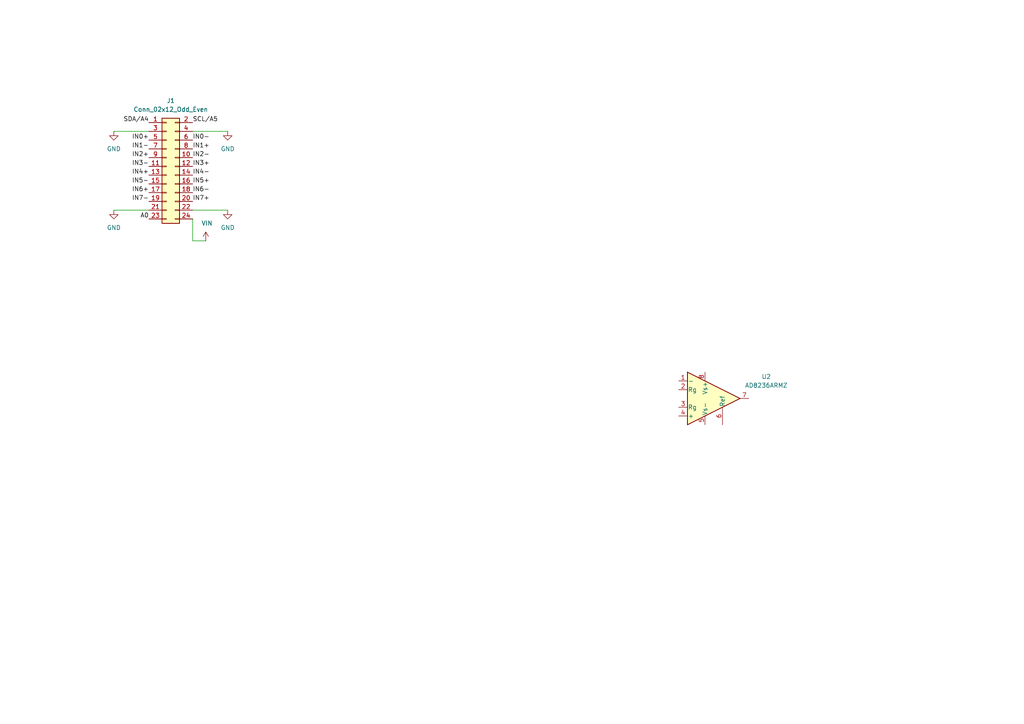
<source format=kicad_sch>
(kicad_sch (version 20231120) (generator "eeschema") (generator_version "8.0")
  (paper "A4")
  (lib_symbols
    (symbol "+5V_1" (power) (pin_numbers hide) (pin_names (offset 0) hide)
      (property "Value" "+5V" (at 0 3.556 0))
      (symbol "+5V_1_0_1"
        (polyline (pts (xy -0.762 1.27) (xy 0 2.54)))
        (polyline (pts (xy 0 0) (xy 0 2.54)))
        (polyline (pts (xy 0 2.54) (xy 0.762 1.27)))
      )
      (symbol "+5V_1_1_1"
        (pin power_in line (at 0 0 90) (length 0) (name "~") (number "1"))
      )
    )
    (symbol "Amplifier_Instrumentation:AD8236ARMZ" (pin_names (offset 0.127))
      (property "Reference" "U" (at 3.556 7.366 0))
      (property "Value" "AD8236ARMZ" (at 7.366 5.334 0))
      (symbol "AD8236ARMZ_0_1"
        (polyline (pts (xy -5.08 7.62) (xy -5.08 -7.62) (xy 10.16 0) (xy -5.08 7.62)) (stroke (width 0.254)) (fill (type background)))
      )
      (symbol "AD8236ARMZ_1_1"
        (pin input line (at -7.62 5.08 0) (length 2.54) (name "-") (number "1"))
        (pin passive line (at -7.62 2.54 0) (length 2.54) (name "Rg") (number "2"))
        (pin passive line (at -7.62 -2.54 0) (length 2.54) (name "Rg") (number "3"))
        (pin input line (at -7.62 -5.08 0) (length 2.54) (name "+") (number "4"))
        (pin power_in line (at 0 -7.62 90) (length 2.54) (name "Vs-") (number "5"))
        (pin passive line (at 5.08 -7.62 90) (length 5.08) (name "Ref") (number "6"))
        (pin output line (at 12.7 0 180) (length 2.54) (name "~") (number "7"))
        (pin power_in line (at 0 7.62 270) (length 2.54) (name "Vs+") (number "8"))
      )
    )
    (symbol "Connector_Generic:Conn_02x12_Odd_Even" (pin_names (offset 1.016) hide)
      (property "Reference" "J" (at 1.27 15.24 0))
      (property "Value" "Conn_02x12_Odd_Even" (at 1.27 -17.78 0))
      (symbol "Conn_02x12_Odd_Even_1_1"
        (rectangle (start -1.27 -15.113) (end 0 -15.367) (stroke (width 0.1524)))
        (rectangle (start -1.27 -12.573) (end 0 -12.827) (stroke (width 0.1524)))
        (rectangle (start -1.27 -10.033) (end 0 -10.287) (stroke (width 0.1524)))
        (rectangle (start -1.27 -7.493) (end 0 -7.747) (stroke (width 0.1524)))
        (rectangle (start -1.27 -4.953) (end 0 -5.207) (stroke (width 0.1524)))
        (rectangle (start -1.27 -2.413) (end 0 -2.667) (stroke (width 0.1524)))
        (rectangle (start -1.27 0.127) (end 0 -0.127) (stroke (width 0.1524)))
        (rectangle (start -1.27 2.667) (end 0 2.413) (stroke (width 0.1524)))
        (rectangle (start -1.27 5.207) (end 0 4.953) (stroke (width 0.1524)))
        (rectangle (start -1.27 7.747) (end 0 7.493) (stroke (width 0.1524)))
        (rectangle (start -1.27 10.287) (end 0 10.033) (stroke (width 0.1524)))
        (rectangle (start -1.27 12.827) (end 0 12.573) (stroke (width 0.1524)))
        (rectangle (start -1.27 13.97) (end 3.81 -16.51) (stroke (width 0.254)) (fill (type background)))
        (rectangle (start 3.81 -15.113) (end 2.54 -15.367) (stroke (width 0.1524)))
        (rectangle (start 3.81 -12.573) (end 2.54 -12.827) (stroke (width 0.1524)))
        (rectangle (start 3.81 -10.033) (end 2.54 -10.287) (stroke (width 0.1524)))
        (rectangle (start 3.81 -7.493) (end 2.54 -7.747) (stroke (width 0.1524)))
        (rectangle (start 3.81 -4.953) (end 2.54 -5.207) (stroke (width 0.1524)))
        (rectangle (start 3.81 -2.413) (end 2.54 -2.667) (stroke (width 0.1524)))
        (rectangle (start 3.81 0.127) (end 2.54 -0.127) (stroke (width 0.1524)))
        (rectangle (start 3.81 2.667) (end 2.54 2.413) (stroke (width 0.1524)))
        (rectangle (start 3.81 5.207) (end 2.54 4.953) (stroke (width 0.1524)))
        (rectangle (start 3.81 7.747) (end 2.54 7.493) (stroke (width 0.1524)))
        (rectangle (start 3.81 10.287) (end 2.54 10.033) (stroke (width 0.1524)))
        (rectangle (start 3.81 12.827) (end 2.54 12.573) (stroke (width 0.1524)))
        (pin passive line (at -5.08 12.7 0) (length 3.81) (name "Pin_1") (number "1"))
        (pin passive line (at 7.62 2.54 180) (length 3.81) (name "Pin_10") (number "10"))
        (pin passive line (at -5.08 0 0) (length 3.81) (name "Pin_11") (number "11"))
        (pin passive line (at 7.62 0 180) (length 3.81) (name "Pin_12") (number "12"))
        (pin passive line (at -5.08 -2.54 0) (length 3.81) (name "Pin_13") (number "13"))
        (pin passive line (at 7.62 -2.54 180) (length 3.81) (name "Pin_14") (number "14"))
        (pin passive line (at -5.08 -5.08 0) (length 3.81) (name "Pin_15") (number "15"))
        (pin passive line (at 7.62 -5.08 180) (length 3.81) (name "Pin_16") (number "16"))
        (pin passive line (at -5.08 -7.62 0) (length 3.81) (name "Pin_17") (number "17"))
        (pin passive line (at 7.62 -7.62 180) (length 3.81) (name "Pin_18") (number "18"))
        (pin passive line (at -5.08 -10.16 0) (length 3.81) (name "Pin_19") (number "19"))
        (pin passive line (at 7.62 12.7 180) (length 3.81) (name "Pin_2") (number "2"))
        (pin passive line (at 7.62 -10.16 180) (length 3.81) (name "Pin_20") (number "20"))
        (pin passive line (at -5.08 -12.7 0) (length 3.81) (name "Pin_21") (number "21"))
        (pin passive line (at 7.62 -12.7 180) (length 3.81) (name "Pin_22") (number "22"))
        (pin passive line (at -5.08 -15.24 0) (length 3.81) (name "Pin_23") (number "23"))
        (pin passive line (at 7.62 -15.24 180) (length 3.81) (name "Pin_24") (number "24"))
        (pin passive line (at -5.08 10.16 0) (length 3.81) (name "Pin_3") (number "3"))
        (pin passive line (at 7.62 10.16 180) (length 3.81) (name "Pin_4") (number "4"))
        (pin passive line (at -5.08 7.62 0) (length 3.81) (name "Pin_5") (number "5"))
        (pin passive line (at 7.62 7.62 180) (length 3.81) (name "Pin_6") (number "6"))
        (pin passive line (at -5.08 5.08 0) (length 3.81) (name "Pin_7") (number "7"))
        (pin passive line (at 7.62 5.08 180) (length 3.81) (name "Pin_8") (number "8"))
        (pin passive line (at -5.08 2.54 0) (length 3.81) (name "Pin_9") (number "9"))
      )
    )
    (symbol "GND_1" (power) (pin_numbers hide) (pin_names (offset 0) hide)
      (property "Value" "GND" (at 0 -3.81 0))
      (symbol "GND_1_0_1"
        (polyline (pts (xy 0 0) (xy 0 -1.27) (xy 1.27 -1.27) (xy 0 -2.54) (xy -1.27 -1.27) (xy 0 -1.27)))
      )
      (symbol "GND_1_1_1"
        (pin power_in line (at 0 0 270) (length 0) (name "~") (number "1"))
      )
    )
  )
  (wire (pts (xy 59.69 69.85) (xy 55.88 69.85)))
  (wire (pts (xy 55.88 69.85) (xy 55.88 63.5)))
  (wire (pts (xy 43.18 60.96) (xy 33.02 60.96)))
  (wire (pts (xy 55.88 60.96) (xy 66.04 60.96)))
  (wire (pts (xy 43.18 38.1) (xy 33.02 38.1)))
  (wire (pts (xy 55.88 38.1) (xy 66.04 38.1)))
  (label "IN0-" (at 55.88 40.64 0))
  (label "IN3-" (at 43.18 48.26 180))
  (label "IN2+" (at 43.18 45.72 180))
  (label "IN5+" (at 55.88 53.34 0))
  (label "SCL{slash}A5" (at 55.88 35.56 0))
  (label "IN4+" (at 43.18 50.8 180))
  (label "IN7+" (at 55.88 58.42 0))
  (label "IN3+" (at 55.88 48.26 0))
  (label "IN0+" (at 43.18 40.64 180))
  (label "IN1+" (at 55.88 43.18 0))
  (label "A0" (at 43.18 63.5 180))
  (label "IN2-" (at 55.88 45.72 0))
  (label "IN6+" (at 43.18 55.88 180))
  (label "IN5-" (at 43.18 53.34 180))
  (label "IN7-" (at 43.18 58.42 180))
  (label "IN4-" (at 55.88 50.8 0))
  (label "IN6-" (at 55.88 55.88 0))
  (label "SDA{slash}A4" (at 43.18 35.56 180))
  (label "IN1-" (at 43.18 43.18 180))
  (symbol (lib_id "Connector_Generic:Conn_02x12_Odd_Even") (at 48.26 48.26 0) (unit 1)
    (property "Reference" "J1" (at 49.53 29.21 0))
    (property "Value" "Conn_02x12_Odd_Even" (at 49.53 31.75 0))
    (property "Footprint" "Connector_PinHeader_2.54mm:PinHeader_2x12_P2.54mm_Horizontal" (effects (hide yes)))
    (property "Description" "Generic connector, double row, 02x12, odd/even pin numbering scheme (row 1 odd numbers, row 2 even numbers), script generated (kicad-library-utils/schlib/autogen/connector/)" (effects (hide yes)))
    (property "LCSC" "C5383094" (effects (hide yes)))
  )
  (symbol (lib_name "GND_1") (lib_id "power:GND") (at 66.04 60.96 0) (unit 1)
    (property "Reference" "#PWR04" (effects (hide yes)))
    (property "Value" "GND" (at 66.04 66.04 0))
    (property "Description" "Power symbol creates a global label with name \"GND\" , ground" (effects (hide yes)))
  )
  (symbol (lib_name "+5V_1") (lib_id "power:+5V") (at 59.69 69.85 0) (unit 1)
    (property "Reference" "#PWR05" (effects (hide yes)))
    (property "Value" "VIN" (at 58.42 64.77 0) (effects (justify left)))
    (property "Description" "Power symbol creates a global label with name \"+5V\"" (effects (hide yes)))
  )
  (symbol (lib_name "GND_1") (lib_id "power:GND") (at 66.04 38.1 0) (unit 1)
    (property "Reference" "#PWR02" (effects (hide yes)))
    (property "Value" "GND" (at 66.04 43.18 0))
    (property "Description" "Power symbol creates a global label with name \"GND\" , ground" (effects (hide yes)))
  )
  (symbol (lib_name "GND_1") (lib_id "power:GND") (at 33.02 60.96 0) (mirror y) (unit 1)
    (property "Reference" "#PWR03" (effects (hide yes)))
    (property "Value" "GND" (at 33.02 66.04 0))
    (property "Description" "Power symbol creates a global label with name \"GND\" , ground" (effects (hide yes)))
  )
  (symbol (lib_name "GND_1") (lib_id "power:GND") (at 33.02 38.1 0) (mirror y) (unit 1)
    (property "Reference" "#PWR01" (effects (hide yes)))
    (property "Value" "GND" (at 33.02 43.18 0))
    (property "Description" "Power symbol creates a global label with name \"GND\" , ground" (effects (hide yes)))
  )
  (symbol (lib_id "Amplifier_Instrumentation:AD8236ARMZ") (at 204.47 115.57 0) (unit 1)
    (property "Reference" "U2" (at 222.25 109.2514 0))
    (property "Value" "AD8236ARMZ" (at 222.25 111.7914 0))
    (property "Footprint" "Package_SO:MSOP-8_3x3mm_P0.65mm" (effects (hide yes)))
    (property "Datasheet" "https://www.analog.com/media/en/technical-documentation/data-sheets/AD8236.pdf" (effects (hide yes)))
    (property "Description" "Micropower Instumentation Amplifier with Zero Crossover Distortion, MSOP-8" (effects (hide yes)))
  )
)
</source>
